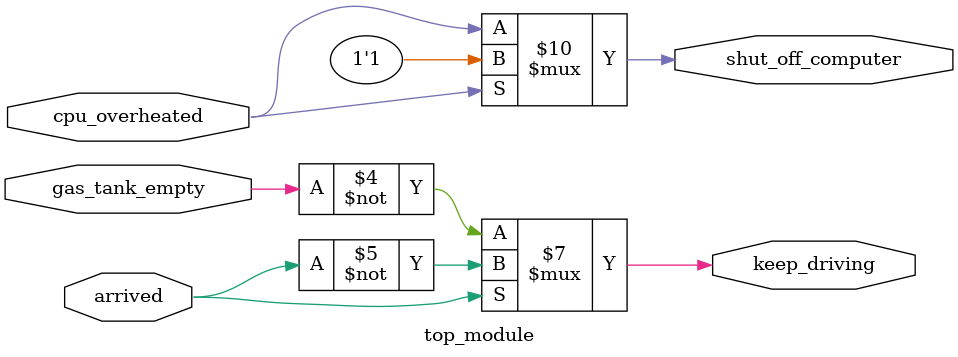
<source format=v>
module top_module (
    input      cpu_overheated,
    output reg shut_off_computer,
    input      arrived,
    input      gas_tank_empty,
    output reg keep_driving  ); //

    always @(*) begin
        if (cpu_overheated)
           shut_off_computer = 1;
        else begin 
            shut_off_computer = cpu_overheated; //(or) we can write =0
        end
        end

    always @(*) begin
        if (~arrived)
           keep_driving = ~gas_tank_empty;
        else begin
            keep_driving = ~arrived; //(or) we can write =0 it means not arrived
        end
    end
endmodule

</source>
